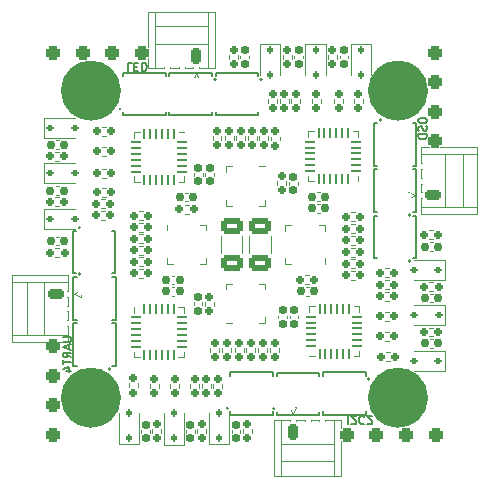
<source format=gbr>
G04 #@! TF.GenerationSoftware,KiCad,Pcbnew,8.0.0-8.0.0-1~ubuntu22.04.1*
G04 #@! TF.CreationDate,2024-03-02T20:13:00+07:00*
G04 #@! TF.ProjectId,FC_ESC_STM32F405RG_26x26,46435f45-5343-45f5-9354-4d3332463430,rev?*
G04 #@! TF.SameCoordinates,Original*
G04 #@! TF.FileFunction,Legend,Bot*
G04 #@! TF.FilePolarity,Positive*
%FSLAX46Y46*%
G04 Gerber Fmt 4.6, Leading zero omitted, Abs format (unit mm)*
G04 Created by KiCad (PCBNEW 8.0.0-8.0.0-1~ubuntu22.04.1) date 2024-03-02 20:13:00*
%MOMM*%
%LPD*%
G01*
G04 APERTURE LIST*
G04 Aperture macros list*
%AMRoundRect*
0 Rectangle with rounded corners*
0 $1 Rounding radius*
0 $2 $3 $4 $5 $6 $7 $8 $9 X,Y pos of 4 corners*
0 Add a 4 corners polygon primitive as box body*
4,1,4,$2,$3,$4,$5,$6,$7,$8,$9,$2,$3,0*
0 Add four circle primitives for the rounded corners*
1,1,$1+$1,$2,$3*
1,1,$1+$1,$4,$5*
1,1,$1+$1,$6,$7*
1,1,$1+$1,$8,$9*
0 Add four rect primitives between the rounded corners*
20,1,$1+$1,$2,$3,$4,$5,0*
20,1,$1+$1,$4,$5,$6,$7,0*
20,1,$1+$1,$6,$7,$8,$9,0*
20,1,$1+$1,$8,$9,$2,$3,0*%
G04 Aperture macros list end*
%ADD10C,0.150000*%
%ADD11C,2.550000*%
%ADD12C,0.120000*%
%ADD13C,0.160000*%
%ADD14C,0.900000*%
%ADD15RoundRect,0.155000X-0.155000X0.212500X-0.155000X-0.212500X0.155000X-0.212500X0.155000X0.212500X0*%
%ADD16R,0.300000X0.300000*%
%ADD17R,0.300000X0.900000*%
%ADD18R,0.900000X0.300000*%
%ADD19R,1.800000X1.800000*%
%ADD20RoundRect,0.160000X-0.160000X0.197500X-0.160000X-0.197500X0.160000X-0.197500X0.160000X0.197500X0*%
%ADD21RoundRect,0.112500X0.187500X0.112500X-0.187500X0.112500X-0.187500X-0.112500X0.187500X-0.112500X0*%
%ADD22RoundRect,0.300000X-0.300000X0.300000X-0.300000X-0.300000X0.300000X-0.300000X0.300000X0.300000X0*%
%ADD23RoundRect,0.160000X0.197500X0.160000X-0.197500X0.160000X-0.197500X-0.160000X0.197500X-0.160000X0*%
%ADD24RoundRect,0.112500X-0.187500X-0.112500X0.187500X-0.112500X0.187500X0.112500X-0.187500X0.112500X0*%
%ADD25R,0.450000X0.450000*%
%ADD26R,2.760000X0.900000*%
%ADD27R,2.760000X0.970000*%
%ADD28RoundRect,0.112500X0.112500X-0.187500X0.112500X0.187500X-0.112500X0.187500X-0.112500X-0.187500X0*%
%ADD29RoundRect,0.155000X0.212500X0.155000X-0.212500X0.155000X-0.212500X-0.155000X0.212500X-0.155000X0*%
%ADD30R,0.900000X2.760000*%
%ADD31R,0.970000X2.760000*%
%ADD32RoundRect,0.225000X-0.475000X0.225000X-0.475000X-0.225000X0.475000X-0.225000X0.475000X0.225000X0*%
%ADD33O,1.400000X0.900000*%
%ADD34RoundRect,0.160000X-0.197500X-0.160000X0.197500X-0.160000X0.197500X0.160000X-0.197500X0.160000X0*%
%ADD35RoundRect,0.155000X-0.212500X-0.155000X0.212500X-0.155000X0.212500X0.155000X-0.212500X0.155000X0*%
%ADD36RoundRect,0.155000X0.155000X-0.212500X0.155000X0.212500X-0.155000X0.212500X-0.155000X-0.212500X0*%
%ADD37RoundRect,0.112500X-0.112500X0.187500X-0.112500X-0.187500X0.112500X-0.187500X0.112500X0.187500X0*%
%ADD38RoundRect,0.160000X0.160000X-0.197500X0.160000X0.197500X-0.160000X0.197500X-0.160000X-0.197500X0*%
%ADD39RoundRect,0.225000X0.475000X-0.225000X0.475000X0.225000X-0.475000X0.225000X-0.475000X-0.225000X0*%
%ADD40RoundRect,0.300000X-0.300000X-0.300000X0.300000X-0.300000X0.300000X0.300000X-0.300000X0.300000X0*%
%ADD41RoundRect,0.062500X0.062500X-0.375000X0.062500X0.375000X-0.062500X0.375000X-0.062500X-0.375000X0*%
%ADD42RoundRect,0.062500X0.375000X-0.062500X0.375000X0.062500X-0.375000X0.062500X-0.375000X-0.062500X0*%
%ADD43R,2.150000X2.150000*%
%ADD44RoundRect,0.062500X0.375000X0.062500X-0.375000X0.062500X-0.375000X-0.062500X0.375000X-0.062500X0*%
%ADD45RoundRect,0.062500X0.062500X0.375000X-0.062500X0.375000X-0.062500X-0.375000X0.062500X-0.375000X0*%
%ADD46RoundRect,0.062500X-0.062500X0.375000X-0.062500X-0.375000X0.062500X-0.375000X0.062500X0.375000X0*%
%ADD47RoundRect,0.062500X-0.375000X0.062500X-0.375000X-0.062500X0.375000X-0.062500X0.375000X0.062500X0*%
%ADD48RoundRect,0.225000X0.225000X0.475000X-0.225000X0.475000X-0.225000X-0.475000X0.225000X-0.475000X0*%
%ADD49O,0.900000X1.400000*%
%ADD50RoundRect,0.225000X-0.225000X-0.475000X0.225000X-0.475000X0.225000X0.475000X-0.225000X0.475000X0*%
%ADD51RoundRect,0.300000X0.300000X0.300000X-0.300000X0.300000X-0.300000X-0.300000X0.300000X-0.300000X0*%
%ADD52RoundRect,0.062500X-0.375000X-0.062500X0.375000X-0.062500X0.375000X0.062500X-0.375000X0.062500X0*%
%ADD53RoundRect,0.062500X-0.062500X-0.375000X0.062500X-0.375000X0.062500X0.375000X-0.062500X0.375000X0*%
%ADD54RoundRect,0.300000X0.300000X-0.300000X0.300000X0.300000X-0.300000X0.300000X-0.300000X-0.300000X0*%
%ADD55RoundRect,0.250000X-0.650000X0.412500X-0.650000X-0.412500X0.650000X-0.412500X0.650000X0.412500X0*%
G04 APERTURE END LIST*
D10*
X205928684Y-64823466D02*
X205595350Y-64823466D01*
X205595350Y-64823466D02*
X205595350Y-65523466D01*
X206162017Y-65190133D02*
X206395351Y-65190133D01*
X206495351Y-64823466D02*
X206162017Y-64823466D01*
X206162017Y-64823466D02*
X206162017Y-65523466D01*
X206162017Y-65523466D02*
X206495351Y-65523466D01*
X206795350Y-64823466D02*
X206795350Y-65523466D01*
X206795350Y-65523466D02*
X206962017Y-65523466D01*
X206962017Y-65523466D02*
X207062017Y-65490133D01*
X207062017Y-65490133D02*
X207128684Y-65423466D01*
X207128684Y-65423466D02*
X207162017Y-65356800D01*
X207162017Y-65356800D02*
X207195350Y-65223466D01*
X207195350Y-65223466D02*
X207195350Y-65123466D01*
X207195350Y-65123466D02*
X207162017Y-64990133D01*
X207162017Y-64990133D02*
X207128684Y-64923466D01*
X207128684Y-64923466D02*
X207062017Y-64856800D01*
X207062017Y-64856800D02*
X206962017Y-64823466D01*
X206962017Y-64823466D02*
X206795350Y-64823466D01*
X230206533Y-69628684D02*
X230206533Y-69762017D01*
X230206533Y-69762017D02*
X230239866Y-69828684D01*
X230239866Y-69828684D02*
X230306533Y-69895350D01*
X230306533Y-69895350D02*
X230439866Y-69928684D01*
X230439866Y-69928684D02*
X230673200Y-69928684D01*
X230673200Y-69928684D02*
X230806533Y-69895350D01*
X230806533Y-69895350D02*
X230873200Y-69828684D01*
X230873200Y-69828684D02*
X230906533Y-69762017D01*
X230906533Y-69762017D02*
X230906533Y-69628684D01*
X230906533Y-69628684D02*
X230873200Y-69562017D01*
X230873200Y-69562017D02*
X230806533Y-69495350D01*
X230806533Y-69495350D02*
X230673200Y-69462017D01*
X230673200Y-69462017D02*
X230439866Y-69462017D01*
X230439866Y-69462017D02*
X230306533Y-69495350D01*
X230306533Y-69495350D02*
X230239866Y-69562017D01*
X230239866Y-69562017D02*
X230206533Y-69628684D01*
X230873200Y-70195350D02*
X230906533Y-70295350D01*
X230906533Y-70295350D02*
X230906533Y-70462017D01*
X230906533Y-70462017D02*
X230873200Y-70528683D01*
X230873200Y-70528683D02*
X230839866Y-70562017D01*
X230839866Y-70562017D02*
X230773200Y-70595350D01*
X230773200Y-70595350D02*
X230706533Y-70595350D01*
X230706533Y-70595350D02*
X230639866Y-70562017D01*
X230639866Y-70562017D02*
X230606533Y-70528683D01*
X230606533Y-70528683D02*
X230573200Y-70462017D01*
X230573200Y-70462017D02*
X230539866Y-70328683D01*
X230539866Y-70328683D02*
X230506533Y-70262017D01*
X230506533Y-70262017D02*
X230473200Y-70228683D01*
X230473200Y-70228683D02*
X230406533Y-70195350D01*
X230406533Y-70195350D02*
X230339866Y-70195350D01*
X230339866Y-70195350D02*
X230273200Y-70228683D01*
X230273200Y-70228683D02*
X230239866Y-70262017D01*
X230239866Y-70262017D02*
X230206533Y-70328683D01*
X230206533Y-70328683D02*
X230206533Y-70495350D01*
X230206533Y-70495350D02*
X230239866Y-70595350D01*
X230906533Y-70895350D02*
X230206533Y-70895350D01*
X230206533Y-70895350D02*
X230206533Y-71062017D01*
X230206533Y-71062017D02*
X230239866Y-71162017D01*
X230239866Y-71162017D02*
X230306533Y-71228684D01*
X230306533Y-71228684D02*
X230373200Y-71262017D01*
X230373200Y-71262017D02*
X230506533Y-71295350D01*
X230506533Y-71295350D02*
X230606533Y-71295350D01*
X230606533Y-71295350D02*
X230739866Y-71262017D01*
X230739866Y-71262017D02*
X230806533Y-71228684D01*
X230806533Y-71228684D02*
X230873200Y-71162017D01*
X230873200Y-71162017D02*
X230906533Y-71062017D01*
X230906533Y-71062017D02*
X230906533Y-70895350D01*
X200126533Y-88035350D02*
X200693200Y-88035350D01*
X200693200Y-88035350D02*
X200759866Y-88068684D01*
X200759866Y-88068684D02*
X200793200Y-88102017D01*
X200793200Y-88102017D02*
X200826533Y-88168684D01*
X200826533Y-88168684D02*
X200826533Y-88302017D01*
X200826533Y-88302017D02*
X200793200Y-88368684D01*
X200793200Y-88368684D02*
X200759866Y-88402017D01*
X200759866Y-88402017D02*
X200693200Y-88435350D01*
X200693200Y-88435350D02*
X200126533Y-88435350D01*
X200626533Y-88735350D02*
X200626533Y-89068683D01*
X200826533Y-88668683D02*
X200126533Y-88902017D01*
X200126533Y-88902017D02*
X200826533Y-89135350D01*
X200826533Y-89768683D02*
X200493200Y-89535350D01*
X200826533Y-89368683D02*
X200126533Y-89368683D01*
X200126533Y-89368683D02*
X200126533Y-89635350D01*
X200126533Y-89635350D02*
X200159866Y-89702017D01*
X200159866Y-89702017D02*
X200193200Y-89735350D01*
X200193200Y-89735350D02*
X200259866Y-89768683D01*
X200259866Y-89768683D02*
X200359866Y-89768683D01*
X200359866Y-89768683D02*
X200426533Y-89735350D01*
X200426533Y-89735350D02*
X200459866Y-89702017D01*
X200459866Y-89702017D02*
X200493200Y-89635350D01*
X200493200Y-89635350D02*
X200493200Y-89368683D01*
X200126533Y-89968683D02*
X200126533Y-90368683D01*
X200826533Y-90168683D02*
X200126533Y-90168683D01*
X200359866Y-90902016D02*
X200826533Y-90902016D01*
X200093200Y-90735350D02*
X200593200Y-90568683D01*
X200593200Y-90568683D02*
X200593200Y-91002016D01*
X224211250Y-94739966D02*
X224211250Y-95439966D01*
X224511250Y-95373300D02*
X224544583Y-95406633D01*
X224544583Y-95406633D02*
X224611250Y-95439966D01*
X224611250Y-95439966D02*
X224777917Y-95439966D01*
X224777917Y-95439966D02*
X224844583Y-95406633D01*
X224844583Y-95406633D02*
X224877917Y-95373300D01*
X224877917Y-95373300D02*
X224911250Y-95306633D01*
X224911250Y-95306633D02*
X224911250Y-95239966D01*
X224911250Y-95239966D02*
X224877917Y-95139966D01*
X224877917Y-95139966D02*
X224477917Y-94739966D01*
X224477917Y-94739966D02*
X224911250Y-94739966D01*
X225611250Y-94806633D02*
X225577917Y-94773300D01*
X225577917Y-94773300D02*
X225477917Y-94739966D01*
X225477917Y-94739966D02*
X225411250Y-94739966D01*
X225411250Y-94739966D02*
X225311250Y-94773300D01*
X225311250Y-94773300D02*
X225244584Y-94839966D01*
X225244584Y-94839966D02*
X225211250Y-94906633D01*
X225211250Y-94906633D02*
X225177917Y-95039966D01*
X225177917Y-95039966D02*
X225177917Y-95139966D01*
X225177917Y-95139966D02*
X225211250Y-95273300D01*
X225211250Y-95273300D02*
X225244584Y-95339966D01*
X225244584Y-95339966D02*
X225311250Y-95406633D01*
X225311250Y-95406633D02*
X225411250Y-95439966D01*
X225411250Y-95439966D02*
X225477917Y-95439966D01*
X225477917Y-95439966D02*
X225577917Y-95406633D01*
X225577917Y-95406633D02*
X225611250Y-95373300D01*
X225877917Y-95373300D02*
X225911250Y-95406633D01*
X225911250Y-95406633D02*
X225977917Y-95439966D01*
X225977917Y-95439966D02*
X226144584Y-95439966D01*
X226144584Y-95439966D02*
X226211250Y-95406633D01*
X226211250Y-95406633D02*
X226244584Y-95373300D01*
X226244584Y-95373300D02*
X226277917Y-95306633D01*
X226277917Y-95306633D02*
X226277917Y-95239966D01*
X226277917Y-95239966D02*
X226244584Y-95139966D01*
X226244584Y-95139966D02*
X225844584Y-94739966D01*
X225844584Y-94739966D02*
X226277917Y-94739966D01*
D11*
X203749300Y-67181700D02*
G75*
G02*
X201199300Y-67181700I-1275000J0D01*
G01*
X201199300Y-67181700D02*
G75*
G02*
X203749300Y-67181700I1275000J0D01*
G01*
X203749300Y-93181700D02*
G75*
G02*
X201199300Y-93181700I-1275000J0D01*
G01*
X201199300Y-93181700D02*
G75*
G02*
X203749300Y-93181700I1275000J0D01*
G01*
X229749300Y-67181700D02*
G75*
G02*
X227199300Y-67181700I-1275000J0D01*
G01*
X227199300Y-67181700D02*
G75*
G02*
X229749300Y-67181700I1275000J0D01*
G01*
X229749300Y-93181700D02*
G75*
G02*
X227199300Y-93181700I-1275000J0D01*
G01*
X227199300Y-93181700D02*
G75*
G02*
X229749300Y-93181700I1275000J0D01*
G01*
D12*
X212167900Y-74385835D02*
X212167900Y-74154165D01*
X212887900Y-74385835D02*
X212887900Y-74154165D01*
X206757700Y-96158335D02*
X206757700Y-95926665D01*
X207477700Y-96158335D02*
X207477700Y-95926665D01*
X218940500Y-78547500D02*
X218940500Y-79047500D01*
X218940500Y-81867500D02*
X218940500Y-81367500D01*
X219440500Y-78547500D02*
X218940500Y-78547500D01*
X219440500Y-81867500D02*
X218940500Y-81867500D01*
X221760500Y-78547500D02*
X222260500Y-78547500D01*
X222260500Y-78547500D02*
X222260500Y-79047500D01*
X222260500Y-81367500D02*
X222260500Y-81867500D01*
X205696300Y-92312721D02*
X205696300Y-91977479D01*
X206456300Y-92312721D02*
X206456300Y-91977479D01*
X229791300Y-89186900D02*
X232451300Y-89186900D01*
X229791300Y-90886900D02*
X232451300Y-90886900D01*
X232451300Y-90886900D02*
X232451300Y-89186900D01*
X210877900Y-92388921D02*
X210877900Y-92053679D01*
X211637900Y-92388921D02*
X211637900Y-92053679D01*
X217720500Y-71402621D02*
X217720500Y-71067379D01*
X218480500Y-71402621D02*
X218480500Y-71067379D01*
X215770500Y-71377621D02*
X215770500Y-71042379D01*
X216530500Y-71377621D02*
X216530500Y-71042379D01*
X203380779Y-71953100D02*
X203716021Y-71953100D01*
X203380779Y-72713100D02*
X203716021Y-72713100D01*
X198471900Y-73337300D02*
X198471900Y-75037300D01*
X201131900Y-73337300D02*
X198471900Y-73337300D01*
X201131900Y-75037300D02*
X198471900Y-75037300D01*
D13*
X200999700Y-86886900D02*
X201299700Y-86886900D01*
X200999700Y-90486900D02*
X200999700Y-86886900D01*
X201299700Y-90486900D02*
X200999700Y-90486900D01*
X204299700Y-90486900D02*
X204599700Y-90486900D01*
X204599700Y-86886900D02*
X204299700Y-86886900D01*
X204599700Y-90486900D02*
X204599700Y-86886900D01*
X204120411Y-90736900D02*
G75*
G02*
X203978989Y-90736900I-70711J0D01*
G01*
X203978989Y-90736900D02*
G75*
G02*
X204120411Y-90736900I70711J0D01*
G01*
D12*
X212439900Y-94473300D02*
X212439900Y-97133300D01*
X212439900Y-97133300D02*
X214139900Y-97133300D01*
X214139900Y-94473300D02*
X214139900Y-97133300D01*
X221623565Y-75797500D02*
X221855235Y-75797500D01*
X221623565Y-76517500D02*
X221855235Y-76517500D01*
D13*
X209123900Y-65681700D02*
X209123900Y-65981700D01*
X209123900Y-69281700D02*
X209123900Y-68981700D01*
X212723900Y-65681700D02*
X209123900Y-65681700D01*
X212723900Y-65981700D02*
X212723900Y-65681700D01*
X212723900Y-68981700D02*
X212723900Y-69281700D01*
X212723900Y-69281700D02*
X209123900Y-69281700D01*
X213044611Y-66231700D02*
G75*
G02*
X212903189Y-66231700I-70711J0D01*
G01*
X212903189Y-66231700D02*
G75*
G02*
X213044611Y-66231700I70711J0D01*
G01*
D12*
X195825500Y-82822500D02*
X200535500Y-82822500D01*
X195825500Y-88442500D02*
X195825500Y-82822500D01*
X197025500Y-87892500D02*
X197025500Y-83372500D01*
X198525500Y-87892500D02*
X198525500Y-83372500D01*
X200485500Y-85382500D02*
X200535500Y-85382500D01*
X200485500Y-86632500D02*
X200535500Y-86632500D01*
X200485500Y-87132500D02*
X200535500Y-87132500D01*
X200535500Y-82822500D02*
X200535500Y-84132500D01*
X200535500Y-83372500D02*
X195825500Y-83372500D01*
X200535500Y-84132500D02*
X200485500Y-84132500D01*
X200535500Y-84632500D02*
X200485500Y-84632500D01*
X200535500Y-85382500D02*
X200535500Y-84632500D01*
X200535500Y-85882500D02*
X200485500Y-85882500D01*
X200535500Y-86632500D02*
X200535500Y-85882500D01*
X200535500Y-87132500D02*
X200535500Y-88442500D01*
X200535500Y-87892500D02*
X195825500Y-87892500D01*
X200535500Y-88442500D02*
X195825500Y-88442500D01*
X201025500Y-84382500D02*
X201625500Y-84682500D01*
X201625500Y-84082500D02*
X201025500Y-84382500D01*
X201625500Y-84682500D02*
X201625500Y-84082500D01*
X199472379Y-76220000D02*
X199807621Y-76220000D01*
X199472379Y-76980000D02*
X199807621Y-76980000D01*
X198490500Y-77198100D02*
X198490500Y-78898100D01*
X201150500Y-77198100D02*
X198490500Y-77198100D01*
X201150500Y-78898100D02*
X198490500Y-78898100D01*
X210542300Y-96138335D02*
X210542300Y-95906665D01*
X211262300Y-96138335D02*
X211262300Y-95906665D01*
X206560379Y-82277500D02*
X206895621Y-82277500D01*
X206560379Y-83037500D02*
X206895621Y-83037500D01*
X203406179Y-70225900D02*
X203741421Y-70225900D01*
X203406179Y-70985900D02*
X203741421Y-70985900D01*
D13*
X218199300Y-91056300D02*
X221799300Y-91056300D01*
X218199300Y-91356300D02*
X218199300Y-91056300D01*
X218199300Y-94356300D02*
X218199300Y-94656300D01*
X218199300Y-94656300D02*
X221799300Y-94656300D01*
X221799300Y-91056300D02*
X221799300Y-91356300D01*
X221799300Y-94656300D02*
X221799300Y-94356300D01*
X218020011Y-94106300D02*
G75*
G02*
X217878589Y-94106300I-70711J0D01*
G01*
X217878589Y-94106300D02*
G75*
G02*
X218020011Y-94106300I70711J0D01*
G01*
D12*
X199511665Y-71388900D02*
X199743335Y-71388900D01*
X199511665Y-72108900D02*
X199743335Y-72108900D01*
X231204165Y-88229100D02*
X231435835Y-88229100D01*
X231204165Y-88949100D02*
X231435835Y-88949100D01*
X227782771Y-89352100D02*
X227447529Y-89352100D01*
X227782771Y-90112100D02*
X227447529Y-90112100D01*
X231439735Y-80024900D02*
X231208065Y-80024900D01*
X231439735Y-80744900D02*
X231208065Y-80744900D01*
X229791300Y-81490700D02*
X232451300Y-81490700D01*
X229791300Y-83190700D02*
X232451300Y-83190700D01*
X232451300Y-83190700D02*
X232451300Y-81490700D01*
X231132379Y-79014300D02*
X231467621Y-79014300D01*
X231132379Y-79774300D02*
X231467621Y-79774300D01*
X224820521Y-79452700D02*
X224485279Y-79452700D01*
X224820521Y-80212700D02*
X224485279Y-80212700D01*
X198488700Y-69476500D02*
X198488700Y-71176500D01*
X201148700Y-69476500D02*
X198488700Y-69476500D01*
X201148700Y-71176500D02*
X198488700Y-71176500D01*
X199509665Y-79572500D02*
X199741335Y-79572500D01*
X199509665Y-80292500D02*
X199741335Y-80292500D01*
X199472379Y-72359500D02*
X199807621Y-72359500D01*
X199472379Y-73119500D02*
X199807621Y-73119500D01*
X208629900Y-94507500D02*
X208629900Y-97167500D01*
X208629900Y-97167500D02*
X210329900Y-97167500D01*
X210329900Y-94507500D02*
X210329900Y-97167500D01*
X220692465Y-83822500D02*
X220924135Y-83822500D01*
X220692465Y-84542500D02*
X220924135Y-84542500D01*
X207448900Y-92363521D02*
X207448900Y-92028279D01*
X208208900Y-92363521D02*
X208208900Y-92028279D01*
X210447565Y-75833900D02*
X210679235Y-75833900D01*
X210447565Y-76553900D02*
X210679235Y-76553900D01*
X203380779Y-73781900D02*
X203716021Y-73781900D01*
X203380779Y-74541900D02*
X203716021Y-74541900D01*
X219290500Y-86224165D02*
X219290500Y-86455835D01*
X220010500Y-86224165D02*
X220010500Y-86455835D01*
X211167500Y-85352135D02*
X211167500Y-85120465D01*
X211887500Y-85352135D02*
X211887500Y-85120465D01*
X227732321Y-87602500D02*
X227397079Y-87602500D01*
X227732321Y-88362500D02*
X227397079Y-88362500D01*
D13*
X200939100Y-79030100D02*
X200939100Y-82630100D01*
X200939100Y-82630100D02*
X201239100Y-82630100D01*
X201239100Y-79030100D02*
X200939100Y-79030100D01*
X204239100Y-79030100D02*
X204539100Y-79030100D01*
X204539100Y-79030100D02*
X204539100Y-82630100D01*
X204539100Y-82630100D02*
X204239100Y-82630100D01*
X201559811Y-78780100D02*
G75*
G02*
X201418389Y-78780100I-70711J0D01*
G01*
X201418389Y-78780100D02*
G75*
G02*
X201559811Y-78780100I70711J0D01*
G01*
X214283900Y-91030900D02*
X217883900Y-91030900D01*
X214283900Y-91330900D02*
X214283900Y-91030900D01*
X214283900Y-94330900D02*
X214283900Y-94630900D01*
X214283900Y-94630900D02*
X217883900Y-94630900D01*
X217883900Y-91030900D02*
X217883900Y-91330900D01*
X217883900Y-94630900D02*
X217883900Y-94330900D01*
X214104611Y-94080900D02*
G75*
G02*
X213963189Y-94080900I-70711J0D01*
G01*
X213963189Y-94080900D02*
G75*
G02*
X214104611Y-94080900I70711J0D01*
G01*
D12*
X216783300Y-65873300D02*
X216783300Y-63213300D01*
X218483300Y-63213300D02*
X216783300Y-63213300D01*
X218483300Y-65873300D02*
X218483300Y-63213300D01*
X214190000Y-64527621D02*
X214190000Y-64192379D01*
X214950000Y-64527621D02*
X214950000Y-64192379D01*
X203368279Y-76382500D02*
X203703521Y-76382500D01*
X203368279Y-77142500D02*
X203703521Y-77142500D01*
X224803021Y-82427700D02*
X224467779Y-82427700D01*
X224803021Y-83187700D02*
X224467779Y-83187700D01*
X206893121Y-77377500D02*
X206557879Y-77377500D01*
X206893121Y-78137500D02*
X206557879Y-78137500D01*
X218340500Y-86231665D02*
X218340500Y-86463335D01*
X219060500Y-86231665D02*
X219060500Y-86463335D01*
X231214165Y-84390000D02*
X231445835Y-84390000D01*
X231214165Y-85110000D02*
X231445835Y-85110000D01*
X211852900Y-92388921D02*
X211852900Y-92053679D01*
X212612900Y-92388921D02*
X212612900Y-92053679D01*
X219254500Y-74935065D02*
X219254500Y-75166735D01*
X219974500Y-74935065D02*
X219974500Y-75166735D01*
X214390000Y-96135835D02*
X214390000Y-95904165D01*
X215110000Y-96135835D02*
X215110000Y-95904165D01*
X209176100Y-92363521D02*
X209176100Y-92028279D01*
X209936100Y-92363521D02*
X209936100Y-92028279D01*
D13*
X226415300Y-77760100D02*
X226715300Y-77760100D01*
X226415300Y-81360100D02*
X226415300Y-77760100D01*
X226715300Y-81360100D02*
X226415300Y-81360100D01*
X229715300Y-81360100D02*
X230015300Y-81360100D01*
X230015300Y-77760100D02*
X229715300Y-77760100D01*
X230015300Y-81360100D02*
X230015300Y-77760100D01*
X229536011Y-81610100D02*
G75*
G02*
X229394589Y-81610100I-70711J0D01*
G01*
X229394589Y-81610100D02*
G75*
G02*
X229536011Y-81610100I70711J0D01*
G01*
D12*
X206893121Y-79352500D02*
X206557879Y-79352500D01*
X206893121Y-80112500D02*
X206557879Y-80112500D01*
X206560379Y-78377500D02*
X206895621Y-78377500D01*
X206560379Y-79137500D02*
X206895621Y-79137500D01*
X206890621Y-80302500D02*
X206555379Y-80302500D01*
X206890621Y-81062500D02*
X206555379Y-81062500D01*
X213595500Y-89297621D02*
X213595500Y-88962379D01*
X214355500Y-89297621D02*
X214355500Y-88962379D01*
X203380779Y-75407500D02*
X203716021Y-75407500D01*
X203380779Y-76167500D02*
X203716021Y-76167500D01*
X224479500Y-65882500D02*
X224479500Y-63222500D01*
X226179500Y-63222500D02*
X224479500Y-63222500D01*
X226179500Y-65882500D02*
X226179500Y-63222500D01*
X217645500Y-88939879D02*
X217645500Y-89275121D01*
X218405500Y-88939879D02*
X218405500Y-89275121D01*
X220640679Y-82824300D02*
X220975921Y-82824300D01*
X220640679Y-83584300D02*
X220975921Y-83584300D01*
X229808100Y-85326100D02*
X232468100Y-85326100D01*
X229808100Y-87026100D02*
X232468100Y-87026100D01*
X232468100Y-87026100D02*
X232468100Y-85326100D01*
D13*
X226404900Y-73852545D02*
X226704900Y-73852545D01*
X226404900Y-77452545D02*
X226404900Y-73852545D01*
X226704900Y-77452545D02*
X226404900Y-77452545D01*
X229704900Y-77452545D02*
X230004900Y-77452545D01*
X230004900Y-73852545D02*
X229704900Y-73852545D01*
X230004900Y-77452545D02*
X230004900Y-73852545D01*
X229525611Y-77702545D02*
G75*
G02*
X229384189Y-77702545I-70711J0D01*
G01*
X229384189Y-77702545D02*
G75*
G02*
X229525611Y-77702545I70711J0D01*
G01*
D12*
X203368279Y-77347700D02*
X203703521Y-77347700D01*
X203368279Y-78107700D02*
X203703521Y-78107700D01*
X212595500Y-88962379D02*
X212595500Y-89297621D01*
X213355500Y-88962379D02*
X213355500Y-89297621D01*
X229350900Y-75746900D02*
X229350900Y-76346900D01*
X229350900Y-76346900D02*
X229950900Y-76046900D01*
X229950900Y-76046900D02*
X229350900Y-75746900D01*
X230440900Y-71986900D02*
X235150900Y-71986900D01*
X230440900Y-72536900D02*
X235150900Y-72536900D01*
X230440900Y-73296900D02*
X230440900Y-71986900D01*
X230440900Y-73796900D02*
X230440900Y-74546900D01*
X230440900Y-74546900D02*
X230490900Y-74546900D01*
X230440900Y-75046900D02*
X230440900Y-75796900D01*
X230440900Y-75796900D02*
X230490900Y-75796900D01*
X230440900Y-76296900D02*
X230490900Y-76296900D01*
X230440900Y-77056900D02*
X235150900Y-77056900D01*
X230440900Y-77606900D02*
X230440900Y-76296900D01*
X230490900Y-73296900D02*
X230440900Y-73296900D01*
X230490900Y-73796900D02*
X230440900Y-73796900D01*
X230490900Y-75046900D02*
X230440900Y-75046900D01*
X232450900Y-72536900D02*
X232450900Y-77056900D01*
X233950900Y-72536900D02*
X233950900Y-77056900D01*
X235150900Y-71986900D02*
X235150900Y-77606900D01*
X235150900Y-77606900D02*
X230440900Y-77606900D01*
X208930000Y-79020000D02*
X208930000Y-78520000D01*
X208930000Y-81840000D02*
X208930000Y-81340000D01*
X209430000Y-81840000D02*
X208930000Y-81840000D01*
X211750000Y-78520000D02*
X212250000Y-78520000D01*
X211750000Y-81840000D02*
X212250000Y-81840000D01*
X212250000Y-78520000D02*
X212250000Y-79020000D01*
X212250000Y-81840000D02*
X212250000Y-81340000D01*
X231477621Y-83408500D02*
X231142379Y-83408500D01*
X231477621Y-84168500D02*
X231142379Y-84168500D01*
X214645500Y-88964879D02*
X214645500Y-89300121D01*
X215405500Y-88964879D02*
X215405500Y-89300121D01*
X227732321Y-85923100D02*
X227397079Y-85923100D01*
X227732321Y-86683100D02*
X227397079Y-86683100D01*
X227744421Y-83220900D02*
X227409179Y-83220900D01*
X227744421Y-83980900D02*
X227409179Y-83980900D01*
D13*
X213031345Y-65681700D02*
X213031345Y-65981700D01*
X213031345Y-69281700D02*
X213031345Y-68981700D01*
X216631345Y-65681700D02*
X213031345Y-65681700D01*
X216631345Y-65981700D02*
X216631345Y-65681700D01*
X216631345Y-68981700D02*
X216631345Y-69281700D01*
X216631345Y-69281700D02*
X213031345Y-69281700D01*
X216952056Y-66231700D02*
G75*
G02*
X216810634Y-66231700I-70711J0D01*
G01*
X216810634Y-66231700D02*
G75*
G02*
X216952056Y-66231700I70711J0D01*
G01*
D12*
X220890000Y-70640000D02*
X220890000Y-71115000D01*
X220890000Y-74860000D02*
X220890000Y-74385000D01*
X221365000Y-70640000D02*
X220890000Y-70640000D01*
X221365000Y-74860000D02*
X220890000Y-74860000D01*
X224635000Y-70640000D02*
X225110000Y-70640000D01*
X225110000Y-70640000D02*
X225110000Y-71115000D01*
X225110000Y-74860000D02*
X225110000Y-74385000D01*
X224465279Y-80468700D02*
X224800521Y-80468700D01*
X224465279Y-81228700D02*
X224800521Y-81228700D01*
X206150000Y-70680000D02*
X206625000Y-70680000D01*
X206150000Y-71155000D02*
X206150000Y-70680000D01*
X206150000Y-74425000D02*
X206150000Y-74900000D01*
X206150000Y-74900000D02*
X206625000Y-74900000D01*
X210370000Y-70680000D02*
X209895000Y-70680000D01*
X210370000Y-74425000D02*
X210370000Y-74900000D01*
X210370000Y-74900000D02*
X209895000Y-74900000D01*
X206130000Y-85530000D02*
X206130000Y-86005000D01*
X206130000Y-89750000D02*
X206130000Y-89275000D01*
X206605000Y-89750000D02*
X206130000Y-89750000D01*
X209875000Y-85530000D02*
X210350000Y-85530000D01*
X209875000Y-89750000D02*
X210350000Y-89750000D01*
X210350000Y-85530000D02*
X210350000Y-86005000D01*
X210350000Y-89750000D02*
X210350000Y-89275000D01*
X204819900Y-94473300D02*
X204819900Y-97133300D01*
X204819900Y-97133300D02*
X206519900Y-97133300D01*
X206519900Y-94473300D02*
X206519900Y-97133300D01*
X224482779Y-77477700D02*
X224818021Y-77477700D01*
X224482779Y-78237700D02*
X224818021Y-78237700D01*
D13*
X205194500Y-65681700D02*
X208794500Y-65681700D01*
X205194500Y-65981700D02*
X205194500Y-65681700D01*
X205194500Y-68981700D02*
X205194500Y-69281700D01*
X205194500Y-69281700D02*
X208794500Y-69281700D01*
X208794500Y-65681700D02*
X208794500Y-65981700D01*
X208794500Y-69281700D02*
X208794500Y-68981700D01*
X205015211Y-68731700D02*
G75*
G02*
X204873789Y-68731700I-70711J0D01*
G01*
X204873789Y-68731700D02*
G75*
G02*
X205015211Y-68731700I70711J0D01*
G01*
D12*
X211487500Y-95842379D02*
X211487500Y-96177621D01*
X212247500Y-95842379D02*
X212247500Y-96177621D01*
X231467621Y-87240000D02*
X231132379Y-87240000D01*
X231467621Y-88000000D02*
X231132379Y-88000000D01*
X216645500Y-89275121D02*
X216645500Y-88939879D01*
X217405500Y-89275121D02*
X217405500Y-88939879D01*
D13*
X222145900Y-91046500D02*
X222145900Y-91346500D01*
X222145900Y-94646500D02*
X222145900Y-94346500D01*
X225745900Y-91046500D02*
X222145900Y-91046500D01*
X225745900Y-91346500D02*
X225745900Y-91046500D01*
X225745900Y-94346500D02*
X225745900Y-94646500D01*
X225745900Y-94646500D02*
X222145900Y-94646500D01*
X226066611Y-91596500D02*
G75*
G02*
X225925189Y-91596500I-70711J0D01*
G01*
X225925189Y-91596500D02*
G75*
G02*
X226066611Y-91596500I70711J0D01*
G01*
D12*
X219437700Y-67897379D02*
X219437700Y-68232621D01*
X220197700Y-67897379D02*
X220197700Y-68232621D01*
X221623565Y-76797500D02*
X221855235Y-76797500D01*
X221623565Y-77517500D02*
X221855235Y-77517500D01*
X214795500Y-71044879D02*
X214795500Y-71380121D01*
X215555500Y-71044879D02*
X215555500Y-71380121D01*
X222550000Y-64527621D02*
X222550000Y-64192379D01*
X223310000Y-64527621D02*
X223310000Y-64192379D01*
X212827900Y-92363921D02*
X212827900Y-92028679D01*
X213587900Y-92363921D02*
X213587900Y-92028679D01*
X207340500Y-60532500D02*
X212960500Y-60532500D01*
X207340500Y-65242500D02*
X207340500Y-60532500D01*
X207890500Y-61732500D02*
X212410500Y-61732500D01*
X207890500Y-63232500D02*
X212410500Y-63232500D01*
X207890500Y-65242500D02*
X207890500Y-60532500D01*
X208650500Y-65192500D02*
X208650500Y-65242500D01*
X208650500Y-65242500D02*
X207340500Y-65242500D01*
X209150500Y-65192500D02*
X209150500Y-65242500D01*
X209150500Y-65242500D02*
X209900500Y-65242500D01*
X209900500Y-65242500D02*
X209900500Y-65192500D01*
X210400500Y-65192500D02*
X210400500Y-65242500D01*
X210400500Y-65242500D02*
X211150500Y-65242500D01*
X211100500Y-66332500D02*
X211700500Y-66332500D01*
X211150500Y-65242500D02*
X211150500Y-65192500D01*
X211400500Y-65732500D02*
X211100500Y-66332500D01*
X211650500Y-65242500D02*
X211650500Y-65192500D01*
X211700500Y-66332500D02*
X211400500Y-65732500D01*
X212410500Y-65242500D02*
X212410500Y-60532500D01*
X212960500Y-60532500D02*
X212960500Y-65242500D01*
X212960500Y-65242500D02*
X211650500Y-65242500D01*
X227739521Y-82234700D02*
X227404279Y-82234700D01*
X227739521Y-82994700D02*
X227404279Y-82994700D01*
X223547100Y-64214165D02*
X223547100Y-64445835D01*
X224267100Y-64214165D02*
X224267100Y-64445835D01*
D13*
X226425100Y-69923500D02*
X226425100Y-73523500D01*
X226425100Y-73523500D02*
X226725100Y-73523500D01*
X226725100Y-69923500D02*
X226425100Y-69923500D01*
X229725100Y-69923500D02*
X230025100Y-69923500D01*
X230025100Y-69923500D02*
X230025100Y-73523500D01*
X230025100Y-73523500D02*
X229725100Y-73523500D01*
X227045811Y-69673500D02*
G75*
G02*
X226904389Y-69673500I-70711J0D01*
G01*
X226904389Y-69673500D02*
G75*
G02*
X227045811Y-69673500I70711J0D01*
G01*
D12*
X199810621Y-80527500D02*
X199475379Y-80527500D01*
X199810621Y-81287500D02*
X199475379Y-81287500D01*
X209548835Y-83822500D02*
X209317165Y-83822500D01*
X209548835Y-84542500D02*
X209317165Y-84542500D01*
X218243900Y-75193121D02*
X218243900Y-74857879D01*
X219003900Y-75193121D02*
X219003900Y-74857879D01*
X215140000Y-64224165D02*
X215140000Y-64455835D01*
X215860000Y-64224165D02*
X215860000Y-64455835D01*
X218015500Y-95072500D02*
X219325500Y-95072500D01*
X218015500Y-99782500D02*
X218015500Y-95072500D01*
X218565500Y-95072500D02*
X218565500Y-99782500D01*
X219275500Y-93982500D02*
X219575500Y-94582500D01*
X219325500Y-95072500D02*
X219325500Y-95122500D01*
X219575500Y-94582500D02*
X219875500Y-93982500D01*
X219825500Y-95072500D02*
X219825500Y-95122500D01*
X219875500Y-93982500D02*
X219275500Y-93982500D01*
X220575500Y-95072500D02*
X219825500Y-95072500D01*
X220575500Y-95122500D02*
X220575500Y-95072500D01*
X221075500Y-95072500D02*
X221075500Y-95122500D01*
X221825500Y-95072500D02*
X221075500Y-95072500D01*
X221825500Y-95122500D02*
X221825500Y-95072500D01*
X222325500Y-95072500D02*
X223635500Y-95072500D01*
X222325500Y-95122500D02*
X222325500Y-95072500D01*
X223085500Y-95072500D02*
X223085500Y-99782500D01*
X223085500Y-97082500D02*
X218565500Y-97082500D01*
X223085500Y-98582500D02*
X218565500Y-98582500D01*
X223635500Y-95072500D02*
X223635500Y-99782500D01*
X223635500Y-99782500D02*
X218015500Y-99782500D01*
X220970000Y-85457500D02*
X221445000Y-85457500D01*
X220970000Y-85932500D02*
X220970000Y-85457500D01*
X220970000Y-89677500D02*
X221445000Y-89677500D01*
X225190000Y-85457500D02*
X224715000Y-85457500D01*
X225190000Y-85932500D02*
X225190000Y-85457500D01*
X225190000Y-89202500D02*
X225190000Y-89677500D01*
X225190000Y-89677500D02*
X224715000Y-89677500D01*
X224817621Y-78477700D02*
X224482379Y-78477700D01*
X224817621Y-79237700D02*
X224482379Y-79237700D01*
X216745500Y-71042379D02*
X216745500Y-71377621D01*
X217505500Y-71042379D02*
X217505500Y-71377621D01*
X207677500Y-95852379D02*
X207677500Y-96187621D01*
X208437500Y-95852379D02*
X208437500Y-96187621D01*
X199735835Y-75280000D02*
X199504165Y-75280000D01*
X199735835Y-76000000D02*
X199504165Y-76000000D01*
X213915500Y-73597500D02*
X214415500Y-73597500D01*
X213915500Y-74097500D02*
X213915500Y-73597500D01*
X213915500Y-76417500D02*
X213915500Y-76917500D01*
X213915500Y-76917500D02*
X214415500Y-76917500D01*
X216735500Y-73597500D02*
X217235500Y-73597500D01*
X217235500Y-76417500D02*
X217235500Y-76917500D01*
X217235500Y-76917500D02*
X216735500Y-76917500D01*
X223069900Y-67872879D02*
X223069900Y-68208121D01*
X223829900Y-67872879D02*
X223829900Y-68208121D01*
X213900000Y-83520000D02*
X214400000Y-83520000D01*
X213900000Y-84020000D02*
X213900000Y-83520000D01*
X214400000Y-86840000D02*
X213900000Y-86840000D01*
X217220000Y-83520000D02*
X216720000Y-83520000D01*
X217220000Y-84020000D02*
X217220000Y-83520000D01*
X217220000Y-86340000D02*
X217220000Y-86840000D01*
X217220000Y-86840000D02*
X216720000Y-86840000D01*
X224716545Y-67859579D02*
X224716545Y-68194821D01*
X225476545Y-67859579D02*
X225476545Y-68194821D01*
X213477900Y-80918752D02*
X213477900Y-79496248D01*
X215297900Y-80918752D02*
X215297900Y-79496248D01*
X221190300Y-67872379D02*
X221190300Y-68207621D01*
X221950300Y-67872379D02*
X221950300Y-68207621D01*
X210739721Y-76829900D02*
X210404479Y-76829900D01*
X210739721Y-77589900D02*
X210404479Y-77589900D01*
X218472500Y-67897379D02*
X218472500Y-68232621D01*
X219232500Y-67897379D02*
X219232500Y-68232621D01*
X215645500Y-88962379D02*
X215645500Y-89297621D01*
X216405500Y-88962379D02*
X216405500Y-89297621D01*
X220644100Y-65882500D02*
X220644100Y-63222500D01*
X222344100Y-63222500D02*
X220644100Y-63222500D01*
X222344100Y-65882500D02*
X222344100Y-63222500D01*
X213795500Y-71375121D02*
X213795500Y-71039879D01*
X214555500Y-71375121D02*
X214555500Y-71039879D01*
X219711700Y-64209165D02*
X219711700Y-64440835D01*
X220431700Y-64209165D02*
X220431700Y-64440835D01*
X211215500Y-74390835D02*
X211215500Y-74159165D01*
X211935500Y-74390835D02*
X211935500Y-74159165D01*
X212122500Y-85056579D02*
X212122500Y-85391821D01*
X212882500Y-85056579D02*
X212882500Y-85391821D01*
X224798021Y-81452700D02*
X224462779Y-81452700D01*
X224798021Y-82212700D02*
X224462779Y-82212700D01*
X215348300Y-95842379D02*
X215348300Y-96177621D01*
X216108300Y-95842379D02*
X216108300Y-96177621D01*
D13*
X200958700Y-82965700D02*
X200958700Y-86565700D01*
X200958700Y-86565700D02*
X201258700Y-86565700D01*
X201258700Y-82965700D02*
X200958700Y-82965700D01*
X204258700Y-82965700D02*
X204558700Y-82965700D01*
X204558700Y-82965700D02*
X204558700Y-86565700D01*
X204558700Y-86565700D02*
X204258700Y-86565700D01*
X201579411Y-82715700D02*
G75*
G02*
X201437989Y-82715700I-70711J0D01*
G01*
X201437989Y-82715700D02*
G75*
G02*
X201579411Y-82715700I70711J0D01*
G01*
D12*
X212770500Y-71375121D02*
X212770500Y-71039879D01*
X213530500Y-71375121D02*
X213530500Y-71039879D01*
X227744421Y-84195900D02*
X227409179Y-84195900D01*
X227744421Y-84955900D02*
X227409179Y-84955900D01*
X206555379Y-81277500D02*
X206890621Y-81277500D01*
X206555379Y-82037500D02*
X206890621Y-82037500D01*
X217481500Y-67878979D02*
X217481500Y-68214221D01*
X218241500Y-67878979D02*
X218241500Y-68214221D01*
X209548835Y-82847500D02*
X209317165Y-82847500D01*
X209548835Y-83567500D02*
X209317165Y-83567500D01*
X218716700Y-64527621D02*
X218716700Y-64192379D01*
X219476700Y-64527621D02*
X219476700Y-64192379D01*
X215865500Y-80918752D02*
X215865500Y-79496248D01*
X217685500Y-80918752D02*
X217685500Y-79496248D01*
%LPC*%
D14*
X203700500Y-96457500D03*
X202450500Y-96457500D03*
X201200500Y-96457500D03*
X231755700Y-92088900D03*
X231755700Y-93338900D03*
X231755700Y-94588900D03*
X199150500Y-68582500D03*
X199150500Y-67332500D03*
X199150500Y-66082500D03*
X227220500Y-63832500D03*
X228470500Y-63832500D03*
X229720500Y-63832500D03*
D15*
X212527900Y-73702500D03*
X212527900Y-74837500D03*
X207117700Y-95475000D03*
X207117700Y-96610000D03*
D16*
X221850500Y-81457500D03*
D17*
X221350500Y-81757500D03*
X220850500Y-81757500D03*
X220350500Y-81757500D03*
X219850500Y-81757500D03*
D16*
X219350500Y-81457500D03*
D18*
X219050500Y-80957500D03*
X219050500Y-80457500D03*
X219050500Y-79957500D03*
X219050500Y-79457500D03*
D16*
X219350500Y-78957500D03*
D17*
X219850500Y-78657500D03*
X220350500Y-78657500D03*
X220850500Y-78657500D03*
X221350500Y-78657500D03*
D16*
X221850500Y-78957500D03*
D18*
X222150500Y-79457500D03*
X222150500Y-79957500D03*
X222150500Y-80457500D03*
X222150500Y-80957500D03*
D19*
X220600500Y-80207500D03*
D20*
X206076300Y-91547600D03*
X206076300Y-92742600D03*
D21*
X231891300Y-90036900D03*
X229791300Y-90036900D03*
D22*
X224154100Y-96336100D03*
X226654100Y-96336100D03*
X229154100Y-96336100D03*
X231654100Y-96336100D03*
D20*
X211257900Y-91623800D03*
X211257900Y-92818800D03*
X218100500Y-70637500D03*
X218100500Y-71832500D03*
X216150500Y-70612500D03*
X216150500Y-71807500D03*
D23*
X204145900Y-72333100D03*
X202950900Y-72333100D03*
D24*
X199031900Y-74187300D03*
X201131900Y-74187300D03*
D25*
X203774700Y-90222900D03*
X203124700Y-90222900D03*
D26*
X202799700Y-89346900D03*
D25*
X202474700Y-90222900D03*
X201824700Y-90222900D03*
D27*
X202799700Y-88131900D03*
D25*
X203124700Y-87150900D03*
X202474700Y-87150900D03*
X201824700Y-87150900D03*
X203774700Y-87150900D03*
D28*
X213289900Y-96573300D03*
X213289900Y-94473300D03*
D29*
X222306900Y-76157500D03*
X221171900Y-76157500D03*
D25*
X212459900Y-66506700D03*
X212459900Y-67156700D03*
D30*
X211583900Y-67481700D03*
D25*
X212459900Y-67806700D03*
X212459900Y-68456700D03*
D31*
X210368900Y-67481700D03*
D25*
X209387900Y-67156700D03*
X209387900Y-67806700D03*
X209387900Y-68456700D03*
X209387900Y-66506700D03*
D32*
X199525500Y-84382500D03*
D33*
X199525500Y-85632500D03*
X199525500Y-86882500D03*
D23*
X200237500Y-76600000D03*
X199042500Y-76600000D03*
D24*
X199050500Y-78048100D03*
X201150500Y-78048100D03*
D15*
X210902300Y-95455000D03*
X210902300Y-96590000D03*
D23*
X207325500Y-82657500D03*
X206130500Y-82657500D03*
X204171300Y-70605900D03*
X202976300Y-70605900D03*
D25*
X218463300Y-93831300D03*
X218463300Y-93181300D03*
D30*
X219339300Y-92856300D03*
D25*
X218463300Y-92531300D03*
X218463300Y-91881300D03*
D31*
X220554300Y-92856300D03*
D25*
X221535300Y-93181300D03*
X221535300Y-92531300D03*
X221535300Y-91881300D03*
X221535300Y-93831300D03*
D29*
X200195000Y-71748900D03*
X199060000Y-71748900D03*
X231887500Y-88589100D03*
X230752500Y-88589100D03*
D34*
X227017650Y-89732100D03*
X228212650Y-89732100D03*
D35*
X230756400Y-80384900D03*
X231891400Y-80384900D03*
D21*
X231891300Y-82340700D03*
X229791300Y-82340700D03*
D23*
X231897500Y-79394300D03*
X230702500Y-79394300D03*
D34*
X224055400Y-79832700D03*
X225250400Y-79832700D03*
D24*
X199048700Y-70326500D03*
X201148700Y-70326500D03*
D29*
X200193000Y-79932500D03*
X199058000Y-79932500D03*
D23*
X200237500Y-72739500D03*
X199042500Y-72739500D03*
D28*
X209479900Y-96607500D03*
X209479900Y-94507500D03*
D29*
X221375800Y-84182500D03*
X220240800Y-84182500D03*
D20*
X207828900Y-91598400D03*
X207828900Y-92793400D03*
D29*
X211130900Y-76193900D03*
X209995900Y-76193900D03*
D23*
X204145900Y-74161900D03*
X202950900Y-74161900D03*
D36*
X219650500Y-86907500D03*
X219650500Y-85772500D03*
D15*
X211527500Y-84668800D03*
X211527500Y-85803800D03*
D34*
X226967200Y-87982500D03*
X228162200Y-87982500D03*
D25*
X201764100Y-79294100D03*
X202414100Y-79294100D03*
D26*
X202739100Y-80170100D03*
D25*
X203064100Y-79294100D03*
X203714100Y-79294100D03*
D27*
X202739100Y-81385100D03*
D25*
X202414100Y-82366100D03*
X203064100Y-82366100D03*
X203714100Y-82366100D03*
X201764100Y-82366100D03*
X214547900Y-93805900D03*
X214547900Y-93155900D03*
D30*
X215423900Y-92830900D03*
D25*
X214547900Y-92505900D03*
X214547900Y-91855900D03*
D31*
X216638900Y-92830900D03*
D25*
X217619900Y-93155900D03*
X217619900Y-92505900D03*
X217619900Y-91855900D03*
X217619900Y-93805900D03*
D37*
X217633300Y-63773300D03*
X217633300Y-65873300D03*
D20*
X214570000Y-63762500D03*
X214570000Y-64957500D03*
D23*
X204133400Y-76762500D03*
X202938400Y-76762500D03*
D34*
X224037900Y-82807700D03*
X225232900Y-82807700D03*
X206128000Y-77757500D03*
X207323000Y-77757500D03*
D36*
X218700500Y-86915000D03*
X218700500Y-85780000D03*
D29*
X231897500Y-84750000D03*
X230762500Y-84750000D03*
D20*
X212232900Y-91623800D03*
X212232900Y-92818800D03*
D36*
X219614500Y-75618400D03*
X219614500Y-74483400D03*
D15*
X214750000Y-95452500D03*
X214750000Y-96587500D03*
D20*
X209556100Y-91598400D03*
X209556100Y-92793400D03*
D25*
X229190300Y-81096100D03*
X228540300Y-81096100D03*
D26*
X228215300Y-80220100D03*
D25*
X227890300Y-81096100D03*
X227240300Y-81096100D03*
D27*
X228215300Y-79005100D03*
D25*
X228540300Y-78024100D03*
X227890300Y-78024100D03*
X227240300Y-78024100D03*
X229190300Y-78024100D03*
D34*
X206128000Y-79732500D03*
X207323000Y-79732500D03*
D23*
X207325500Y-78757500D03*
X206130500Y-78757500D03*
D34*
X206125500Y-80682500D03*
X207320500Y-80682500D03*
D20*
X213975500Y-88532500D03*
X213975500Y-89727500D03*
D23*
X204145900Y-75787500D03*
X202950900Y-75787500D03*
D37*
X225329500Y-63782500D03*
X225329500Y-65882500D03*
D38*
X218025500Y-89705000D03*
X218025500Y-88510000D03*
D23*
X221405800Y-83204300D03*
X220210800Y-83204300D03*
D21*
X231908100Y-86176100D03*
X229808100Y-86176100D03*
D25*
X229179900Y-77188545D03*
X228529900Y-77188545D03*
D26*
X228204900Y-76312545D03*
D25*
X227879900Y-77188545D03*
X227229900Y-77188545D03*
D27*
X228204900Y-75097545D03*
D25*
X228529900Y-74116545D03*
X227879900Y-74116545D03*
X227229900Y-74116545D03*
X229179900Y-74116545D03*
D23*
X204133400Y-77727700D03*
X202938400Y-77727700D03*
D38*
X212975500Y-89727500D03*
X212975500Y-88532500D03*
D39*
X231450900Y-76046900D03*
D33*
X231450900Y-74796900D03*
X231450900Y-73546900D03*
D16*
X209340000Y-78930000D03*
D17*
X209840000Y-78630000D03*
X210340000Y-78630000D03*
X210840000Y-78630000D03*
X211340000Y-78630000D03*
D16*
X211840000Y-78930000D03*
D18*
X212140000Y-79430000D03*
X212140000Y-79930000D03*
X212140000Y-80430000D03*
X212140000Y-80930000D03*
D16*
X211840000Y-81430000D03*
D17*
X211340000Y-81730000D03*
X210840000Y-81730000D03*
X210340000Y-81730000D03*
X209840000Y-81730000D03*
D16*
X209340000Y-81430000D03*
D18*
X209040000Y-80930000D03*
X209040000Y-80430000D03*
X209040000Y-79930000D03*
X209040000Y-79430000D03*
D19*
X210590000Y-80180000D03*
D34*
X230712500Y-83788500D03*
X231907500Y-83788500D03*
D38*
X215025500Y-89730000D03*
X215025500Y-88535000D03*
D40*
X231650500Y-71485700D03*
X231650500Y-68985700D03*
X231650500Y-66485700D03*
X231650500Y-63985700D03*
D34*
X226967200Y-86303100D03*
X228162200Y-86303100D03*
X226979300Y-83600900D03*
X228174300Y-83600900D03*
D25*
X216367345Y-66506700D03*
X216367345Y-67156700D03*
D30*
X215491345Y-67481700D03*
D25*
X216367345Y-67806700D03*
X216367345Y-68456700D03*
D31*
X214276345Y-67481700D03*
D25*
X213295345Y-67156700D03*
X213295345Y-67806700D03*
X213295345Y-68456700D03*
X213295345Y-66506700D03*
D41*
X224250000Y-74687500D03*
X223750000Y-74687500D03*
X223250000Y-74687500D03*
X222750000Y-74687500D03*
X222250000Y-74687500D03*
X221750000Y-74687500D03*
D42*
X221062500Y-74000000D03*
X221062500Y-73500000D03*
X221062500Y-73000000D03*
X221062500Y-72500000D03*
X221062500Y-72000000D03*
X221062500Y-71500000D03*
D41*
X221750000Y-70812500D03*
X222250000Y-70812500D03*
X222750000Y-70812500D03*
X223250000Y-70812500D03*
X223750000Y-70812500D03*
X224250000Y-70812500D03*
D42*
X224937500Y-71500000D03*
X224937500Y-72000000D03*
X224937500Y-72500000D03*
X224937500Y-73000000D03*
X224937500Y-73500000D03*
X224937500Y-74000000D03*
D43*
X223000000Y-72750000D03*
D23*
X225230400Y-80848700D03*
X224035400Y-80848700D03*
D44*
X210197500Y-71540000D03*
X210197500Y-72040000D03*
X210197500Y-72540000D03*
X210197500Y-73040000D03*
X210197500Y-73540000D03*
X210197500Y-74040000D03*
D45*
X209510000Y-74727500D03*
X209010000Y-74727500D03*
X208510000Y-74727500D03*
X208010000Y-74727500D03*
X207510000Y-74727500D03*
X207010000Y-74727500D03*
D44*
X206322500Y-74040000D03*
X206322500Y-73540000D03*
X206322500Y-73040000D03*
X206322500Y-72540000D03*
X206322500Y-72040000D03*
X206322500Y-71540000D03*
D45*
X207010000Y-70852500D03*
X207510000Y-70852500D03*
X208010000Y-70852500D03*
X208510000Y-70852500D03*
X209010000Y-70852500D03*
X209510000Y-70852500D03*
D43*
X208260000Y-72790000D03*
D46*
X206990000Y-85702500D03*
X207490000Y-85702500D03*
X207990000Y-85702500D03*
X208490000Y-85702500D03*
X208990000Y-85702500D03*
X209490000Y-85702500D03*
D47*
X210177500Y-86390000D03*
X210177500Y-86890000D03*
X210177500Y-87390000D03*
X210177500Y-87890000D03*
X210177500Y-88390000D03*
X210177500Y-88890000D03*
D46*
X209490000Y-89577500D03*
X208990000Y-89577500D03*
X208490000Y-89577500D03*
X207990000Y-89577500D03*
X207490000Y-89577500D03*
X206990000Y-89577500D03*
D47*
X206302500Y-88890000D03*
X206302500Y-88390000D03*
X206302500Y-87890000D03*
X206302500Y-87390000D03*
X206302500Y-86890000D03*
X206302500Y-86390000D03*
D43*
X208240000Y-87640000D03*
D28*
X205669900Y-96573300D03*
X205669900Y-94473300D03*
D23*
X225247900Y-77857700D03*
X224052900Y-77857700D03*
D25*
X205458500Y-68456700D03*
X205458500Y-67806700D03*
D30*
X206334500Y-67481700D03*
D25*
X205458500Y-67156700D03*
X205458500Y-66506700D03*
D31*
X207549500Y-67481700D03*
D25*
X208530500Y-67806700D03*
X208530500Y-67156700D03*
X208530500Y-66506700D03*
X208530500Y-68456700D03*
D38*
X211867500Y-96607500D03*
X211867500Y-95412500D03*
D34*
X230702500Y-87620000D03*
X231897500Y-87620000D03*
D20*
X217025500Y-88510000D03*
X217025500Y-89705000D03*
D25*
X225481900Y-91871500D03*
X225481900Y-92521500D03*
D30*
X224605900Y-92846500D03*
D25*
X225481900Y-93171500D03*
X225481900Y-93821500D03*
D31*
X223390900Y-92846500D03*
D25*
X222409900Y-92521500D03*
X222409900Y-93171500D03*
X222409900Y-93821500D03*
X222409900Y-91871500D03*
D38*
X219817700Y-68662500D03*
X219817700Y-67467500D03*
D29*
X222306900Y-77157500D03*
X221171900Y-77157500D03*
D38*
X215175500Y-71810000D03*
X215175500Y-70615000D03*
D20*
X222930000Y-63762500D03*
X222930000Y-64957500D03*
X213207900Y-91598800D03*
X213207900Y-92793800D03*
D48*
X211400500Y-64232500D03*
D49*
X210150500Y-64232500D03*
X208900500Y-64232500D03*
D34*
X226974400Y-82614700D03*
X228169400Y-82614700D03*
D36*
X223907100Y-64897500D03*
X223907100Y-63762500D03*
D25*
X227250100Y-70187500D03*
X227900100Y-70187500D03*
D26*
X228225100Y-71063500D03*
D25*
X228550100Y-70187500D03*
X229200100Y-70187500D03*
D27*
X228225100Y-72278500D03*
D25*
X227900100Y-73259500D03*
X228550100Y-73259500D03*
X229200100Y-73259500D03*
X227250100Y-73259500D03*
D34*
X199045500Y-80907500D03*
X200240500Y-80907500D03*
D35*
X208865500Y-84182500D03*
X210000500Y-84182500D03*
D20*
X218623900Y-74428000D03*
X218623900Y-75623000D03*
D36*
X215500000Y-64907500D03*
X215500000Y-63772500D03*
D50*
X219575500Y-96082500D03*
D49*
X220825500Y-96082500D03*
X222075500Y-96082500D03*
D51*
X199300500Y-88826900D03*
X199300500Y-91326900D03*
X199300500Y-93826900D03*
X199300500Y-96326900D03*
D52*
X221142500Y-88817500D03*
X221142500Y-88317500D03*
X221142500Y-87817500D03*
X221142500Y-87317500D03*
X221142500Y-86817500D03*
X221142500Y-86317500D03*
D53*
X221830000Y-85630000D03*
X222330000Y-85630000D03*
X222830000Y-85630000D03*
X223330000Y-85630000D03*
X223830000Y-85630000D03*
X224330000Y-85630000D03*
D52*
X225017500Y-86317500D03*
X225017500Y-86817500D03*
X225017500Y-87317500D03*
X225017500Y-87817500D03*
X225017500Y-88317500D03*
X225017500Y-88817500D03*
D53*
X224330000Y-89505000D03*
X223830000Y-89505000D03*
X223330000Y-89505000D03*
X222830000Y-89505000D03*
X222330000Y-89505000D03*
X221830000Y-89505000D03*
D43*
X223080000Y-87567500D03*
D34*
X224052500Y-78857700D03*
X225247500Y-78857700D03*
D38*
X217125500Y-71807500D03*
X217125500Y-70612500D03*
X208057500Y-96617500D03*
X208057500Y-95422500D03*
D35*
X199052500Y-75640000D03*
X200187500Y-75640000D03*
D54*
X206780000Y-64010000D03*
X204280000Y-64010000D03*
X201780000Y-64010000D03*
X199280000Y-64010000D03*
D16*
X216825500Y-74007500D03*
D18*
X217125500Y-74507500D03*
X217125500Y-75007500D03*
X217125500Y-75507500D03*
X217125500Y-76007500D03*
D16*
X216825500Y-76507500D03*
D17*
X216325500Y-76807500D03*
X215825500Y-76807500D03*
X215325500Y-76807500D03*
X214825500Y-76807500D03*
D16*
X214325500Y-76507500D03*
D18*
X214025500Y-76007500D03*
X214025500Y-75507500D03*
X214025500Y-75007500D03*
X214025500Y-74507500D03*
D16*
X214325500Y-74007500D03*
D17*
X214825500Y-73707500D03*
X215325500Y-73707500D03*
X215825500Y-73707500D03*
X216325500Y-73707500D03*
D19*
X215575500Y-75257500D03*
D38*
X223449900Y-68638000D03*
X223449900Y-67443000D03*
D16*
X214310000Y-86430000D03*
D18*
X214010000Y-85930000D03*
X214010000Y-85430000D03*
X214010000Y-84930000D03*
X214010000Y-84430000D03*
D16*
X214310000Y-83930000D03*
D17*
X214810000Y-83630000D03*
X215310000Y-83630000D03*
X215810000Y-83630000D03*
X216310000Y-83630000D03*
D16*
X216810000Y-83930000D03*
D18*
X217110000Y-84430000D03*
X217110000Y-84930000D03*
X217110000Y-85430000D03*
X217110000Y-85930000D03*
D16*
X216810000Y-86430000D03*
D17*
X216310000Y-86730000D03*
X215810000Y-86730000D03*
X215310000Y-86730000D03*
X214810000Y-86730000D03*
D19*
X215560000Y-85180000D03*
D38*
X225096545Y-68624700D03*
X225096545Y-67429700D03*
D55*
X214387900Y-78645000D03*
X214387900Y-81770000D03*
D38*
X221570300Y-68637500D03*
X221570300Y-67442500D03*
D34*
X209974600Y-77209900D03*
X211169600Y-77209900D03*
D38*
X218852500Y-68662500D03*
X218852500Y-67467500D03*
X216025500Y-89727500D03*
X216025500Y-88532500D03*
D37*
X221494100Y-63782500D03*
X221494100Y-65882500D03*
D20*
X214175500Y-70610000D03*
X214175500Y-71805000D03*
D36*
X220071700Y-64892500D03*
X220071700Y-63757500D03*
D15*
X211575500Y-73707500D03*
X211575500Y-74842500D03*
D38*
X212502500Y-85821700D03*
X212502500Y-84626700D03*
D34*
X224032900Y-81832700D03*
X225227900Y-81832700D03*
D38*
X215728300Y-96607500D03*
X215728300Y-95412500D03*
D25*
X201783700Y-83229700D03*
X202433700Y-83229700D03*
D26*
X202758700Y-84105700D03*
D25*
X203083700Y-83229700D03*
X203733700Y-83229700D03*
D27*
X202758700Y-85320700D03*
D25*
X202433700Y-86301700D03*
X203083700Y-86301700D03*
X203733700Y-86301700D03*
X201783700Y-86301700D03*
D20*
X213150500Y-70610000D03*
X213150500Y-71805000D03*
D34*
X226979300Y-84575900D03*
X228174300Y-84575900D03*
D23*
X207320500Y-81657500D03*
X206125500Y-81657500D03*
D38*
X217861500Y-68644100D03*
X217861500Y-67449100D03*
D35*
X208865500Y-83207500D03*
X210000500Y-83207500D03*
D20*
X219096700Y-63762500D03*
X219096700Y-64957500D03*
D55*
X216775500Y-78645000D03*
X216775500Y-81770000D03*
%LPD*%
M02*

</source>
